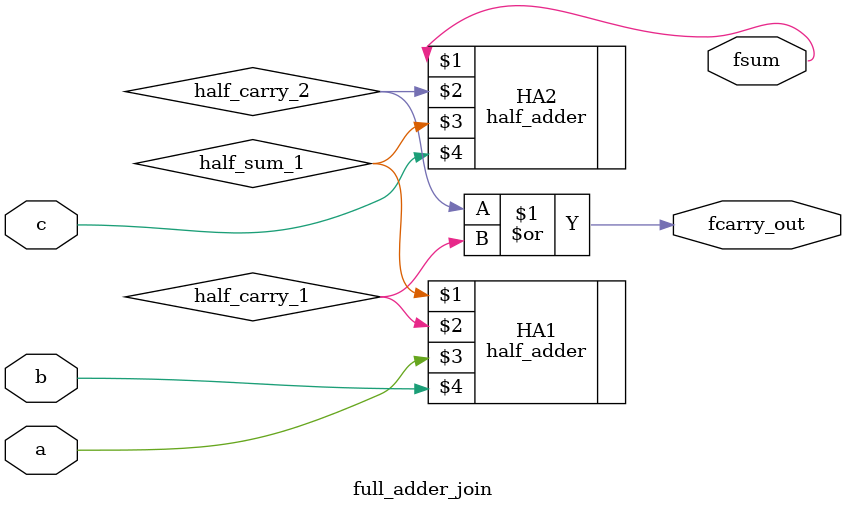
<source format=v>
module full_adder_join(fsum, fcarry_out, a, b, c); 
input a, b, c; 
output fsum, fcarry_out; 
wire half_sum_1, half_carry_1, half_carry_2; 
half_adder HA1(half_sum_1, half_carry_1, a, b); 
half_adder HA2(fsum, half_carry_2, half_sum_1, c);
or or1(fcarry_out, half_carry_2, half_carry_1); 
endmodule
//21BCE1383
</source>
